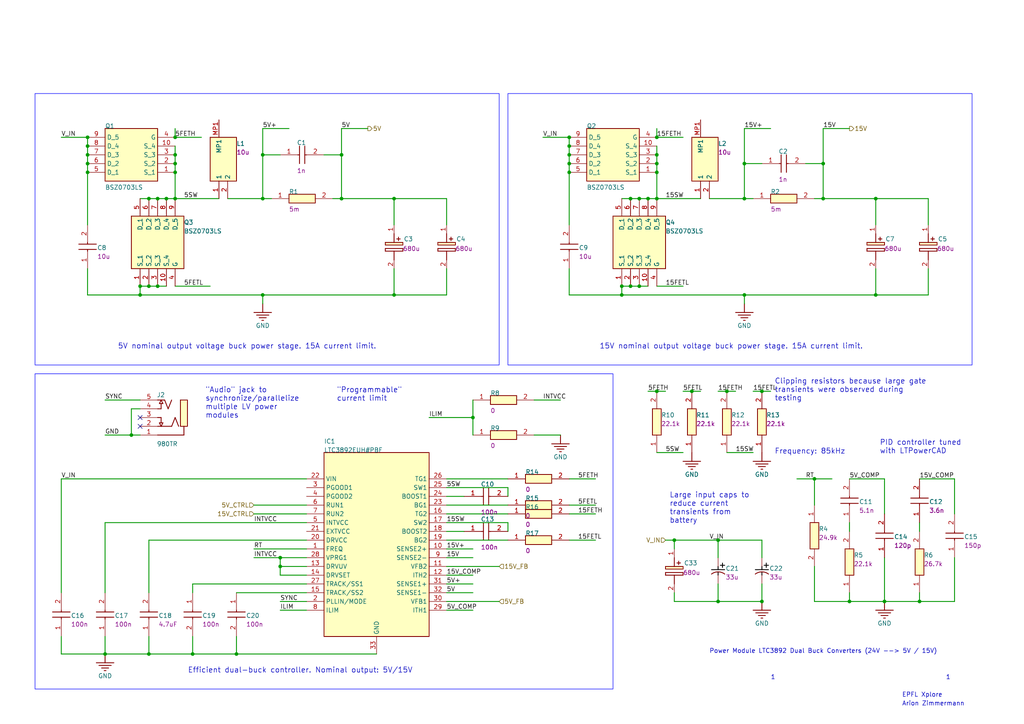
<source format=kicad_sch>
(kicad_sch (version 20230121) (generator eeschema)
  (paper "A4")
  (junction (at 38.1 126.1872))
  (junction (at 208.28 156.6672))
  (junction (at 180.34 85.5472))
  (junction (at 165.1 42.3672))
  (junction (at 200.66 113.4872))
  (junction (at 238.76 57.6072))
  (junction (at 25.4 39.8272))
  (junction (at 25.4 49.9872))
  (junction (at 25.4 42.3672))
  (junction (at 50.8 57.6072))
  (junction (at 43.18 57.6072))
  (junction (at 190.5 44.9072))
  (junction (at 68.58 189.6872))
  (junction (at 266.7 174.4472))
  (junction (at 182.88 57.6072))
  (junction (at 187.96 57.6072))
  (junction (at 45.72 83.0072))
  (junction (at 114.3 57.6072))
  (junction (at 256.54 174.4472))
  (junction (at 81.28 164.2872))
  (junction (at 76.2 85.5472))
  (junction (at 50.8 39.8272))
  (junction (at 25.4 44.9072))
  (junction (at 40.64 85.5472))
  (junction (at 190.5 47.4472))
  (junction (at 43.18 189.6872))
  (junction (at 165.1 39.8272))
  (junction (at 246.38 174.4472))
  (junction (at 55.88 189.6872))
  (junction (at 182.88 83.0072))
  (junction (at 50.8 49.9872))
  (junction (at 208.28 174.4472))
  (junction (at 220.98 174.4472))
  (junction (at 195.58 156.6672))
  (junction (at 50.8 47.4472))
  (junction (at 220.98 113.4872))
  (junction (at 76.2 57.6072))
  (junction (at 210.82 113.4872))
  (junction (at 99.06 57.6072))
  (junction (at 190.5 113.4872))
  (junction (at 165.1 47.4472))
  (junction (at 137.16 121.1072))
  (junction (at 190.5 57.6072))
  (junction (at 45.72 57.6072))
  (junction (at 30.48 189.6872))
  (junction (at 50.8 44.9072))
  (junction (at 190.5 49.9872))
  (junction (at 114.3 85.5472))
  (junction (at 81.28 161.7472))
  (junction (at 238.76 47.4472))
  (junction (at 254 57.6072))
  (junction (at 165.1 49.9872))
  (junction (at 165.1 44.9072))
  (junction (at 43.18 83.0072))
  (junction (at 76.2 44.9072))
  (junction (at 215.9 57.6072))
  (junction (at 236.22 138.8872))
  (junction (at 99.06 44.9072))
  (junction (at 185.42 83.0072))
  (junction (at 254 85.5472))
  (junction (at 48.26 57.6072))
  (junction (at 180.34 83.0072))
  (junction (at 40.64 83.0072))
  (junction (at 190.5 39.8272))
  (junction (at 25.4 47.4472))
  (junction (at 185.42 57.6072))
  (junction (at 215.9 85.5472))
  (junction (at 215.9 47.4472))
  (no_connect (at 40.64 123.6472))
  (no_connect (at 40.64 121.1072))
  (wire (pts (xy 25.4 65.2272) (xy 25.4 49.9872)) (stroke (width 0.254)))
  (wire (pts (xy 50.8 57.6072) (xy 63.5 57.6072)) (stroke (width 0.254)))
  (wire (pts (xy 137.16 121.1072) (xy 137.16 116.0272)) (stroke (width 0.254)))
  (wire (pts (xy 129.54 161.7472) (xy 137.16 161.7472)) (stroke (width 0.254)))
  (wire (pts (xy 43.18 57.6072) (xy 45.72 57.6072)) (stroke (width 0.254)))
  (wire (pts (xy 55.88 184.6072) (xy 55.88 189.6872)) (stroke (width 0.254)))
  (wire (pts (xy 50.8 44.9072) (xy 50.8 42.3672)) (stroke (width 0.254)))
  (wire (pts (xy 208.28 174.4472) (xy 208.28 169.3672)) (stroke (width 0.254)))
  (wire (pts (xy 182.88 83.0072) (xy 180.34 83.0072)) (stroke (width 0.254)))
  (wire (pts (xy 195.58 171.9072) (xy 195.58 174.4472)) (stroke (width 0.254)))
  (wire (pts (xy 76.2 57.6072) (xy 76.2 44.9072)) (stroke (width 0.254)))
  (wire (pts (xy 58.42 39.8272) (xy 50.8 39.8272)) (stroke (width 0.254)))
  (wire (pts (xy 215.9 85.5472) (xy 254 85.5472)) (stroke (width 0.254)))
  (wire (pts (xy 256.54 174.4472) (xy 256.54 161.7472)) (stroke (width 0.254)))
  (wire (pts (xy 137.16 126.1872) (xy 137.16 121.1072)) (stroke (width 0.254)))
  (wire (pts (xy 276.86 149.0472) (xy 276.86 138.8872)) (stroke (width 0.254)))
  (wire (pts (xy 114.3 57.6072) (xy 114.3 65.2272)) (stroke (width 0.254)))
  (wire (pts (xy 215.9 37.2872) (xy 215.9 47.4472)) (stroke (width 0.254)))
  (wire (pts (xy 220.98 113.4872) (xy 223.52 113.4872)) (stroke (width 0.254)))
  (wire (pts (xy 256.54 138.8872) (xy 256.54 149.0472)) (stroke (width 0.254)))
  (wire (pts (xy 246.38 174.4472) (xy 256.54 174.4472)) (stroke (width 0.254)))
  (wire (pts (xy 269.24 77.9272) (xy 269.24 85.5472)) (stroke (width 0.254)))
  (wire (pts (xy 195.58 174.4472) (xy 208.28 174.4472)) (stroke (width 0.254)))
  (wire (pts (xy 114.3 57.6072) (xy 129.54 57.6072)) (stroke (width 0.254)))
  (wire (pts (xy 246.38 138.8872) (xy 256.54 138.8872)) (stroke (width 0.254)))
  (wire (pts (xy 218.44 113.4872) (xy 220.98 113.4872)) (stroke (width 0.254)))
  (wire (pts (xy 43.18 189.6872) (xy 55.88 189.6872)) (stroke (width 0.254)))
  (wire (pts (xy 198.12 113.4872) (xy 200.66 113.4872)) (stroke (width 0.254)))
  (wire (pts (xy 81.28 166.8272) (xy 88.9 166.8272)) (stroke (width 0.254)))
  (wire (pts (xy 30.48 171.9072) (xy 30.48 151.5872)) (stroke (width 0.254)))
  (wire (pts (xy 76.2 57.6072) (xy 78.74 57.6072)) (stroke (width 0.254)))
  (wire (pts (xy 215.9 47.4472) (xy 215.9 57.6072)) (stroke (width 0.254)))
  (wire (pts (xy 238.76 47.4472) (xy 238.76 37.2872)) (stroke (width 0.254)))
  (wire (pts (xy 55.88 169.3672) (xy 88.9 169.3672)) (stroke (width 0.254)))
  (wire (pts (xy 30.48 189.6872) (xy 43.18 189.6872)) (stroke (width 0.254)))
  (wire (pts (xy 129.54 174.4472) (xy 144.78 174.4472)) (stroke (width 0.254)))
  (wire (pts (xy 129.54 159.2072) (xy 137.16 159.2072)) (stroke (width 0.254)))
  (wire (pts (xy 182.88 57.6072) (xy 180.34 57.6072)) (stroke (width 0.254)))
  (wire (pts (xy 99.06 37.2872) (xy 99.06 44.9072)) (stroke (width 0.254)))
  (wire (pts (xy 81.28 161.7472) (xy 81.28 164.2872)) (stroke (width 0.254)))
  (wire (pts (xy 40.64 57.6072) (xy 43.18 57.6072)) (stroke (width 0.254)))
  (wire (pts (xy 38.1 118.5672) (xy 38.1 126.1872)) (stroke (width 0.254)))
  (wire (pts (xy 266.7 174.4472) (xy 276.86 174.4472)) (stroke (width 0.254)))
  (wire (pts (xy 165.1 47.4472) (xy 165.1 44.9072)) (stroke (width 0.254)))
  (wire (pts (xy 17.78 189.6872) (xy 30.48 189.6872)) (stroke (width 0.254)))
  (wire (pts (xy 129.54 156.6672) (xy 147.32 156.6672)) (stroke (width 0.254)))
  (wire (pts (xy 76.2 85.5472) (xy 114.3 85.5472)) (stroke (width 0.254)))
  (wire (pts (xy 99.06 44.9072) (xy 99.06 57.6072)) (stroke (width 0.254)))
  (wire (pts (xy 43.18 156.6672) (xy 88.9 156.6672)) (stroke (width 0.254)))
  (wire (pts (xy 147.32 143.9672) (xy 147.32 141.4272)) (stroke (width 0.254)))
  (wire (pts (xy 73.66 161.7472) (xy 81.28 161.7472)) (stroke (width 0.254)))
  (wire (pts (xy 43.18 171.9072) (xy 43.18 156.6672)) (stroke (width 0.254)))
  (wire (pts (xy 25.4 85.5472) (xy 40.64 85.5472)) (stroke (width 0.254)))
  (wire (pts (xy 76.2 44.9072) (xy 76.2 37.2872)) (stroke (width 0.254)))
  (wire (pts (xy 198.12 39.8272) (xy 190.5 39.8272)) (stroke (width 0.254)))
  (wire (pts (xy 187.96 83.0072) (xy 185.42 83.0072)) (stroke (width 0.254)))
  (wire (pts (xy 220.98 161.7472) (xy 220.98 156.6672)) (stroke (width 0.254)))
  (wire (pts (xy 208.28 113.4872) (xy 210.82 113.4872)) (stroke (width 0.254)))
  (wire (pts (xy 50.8 47.4472) (xy 50.8 44.9072)) (stroke (width 0.254)))
  (wire (pts (xy 129.54 77.9272) (xy 129.54 85.5472)) (stroke (width 0.254)))
  (wire (pts (xy 129.54 164.2872) (xy 144.78 164.2872)) (stroke (width 0.254)))
  (wire (pts (xy 185.42 83.0072) (xy 182.88 83.0072)) (stroke (width 0.254)))
  (wire (pts (xy 266.7 171.9072) (xy 266.7 174.4472)) (stroke (width 0.254)))
  (wire (pts (xy 233.68 47.4472) (xy 238.76 47.4472)) (stroke (width 0.254)))
  (wire (pts (xy 276.86 174.4472) (xy 276.86 161.7472)) (stroke (width 0.254)))
  (wire (pts (xy 165.1 44.9072) (xy 165.1 42.3672)) (stroke (width 0.254)))
  (wire (pts (xy 203.2 57.6072) (xy 190.5 57.6072)) (stroke (width 0.254)))
  (wire (pts (xy 190.5 113.4872) (xy 193.04 113.4872)) (stroke (width 0.254)))
  (wire (pts (xy 180.34 85.5472) (xy 215.9 85.5472)) (stroke (width 0.254)))
  (wire (pts (xy 266.7 151.5872) (xy 266.7 154.1272)) (stroke (width 0.254)))
  (wire (pts (xy 236.22 164.2872) (xy 236.22 174.4472)) (stroke (width 0.254)))
  (wire (pts (xy 147.32 154.1272) (xy 147.32 151.5872)) (stroke (width 0.254)))
  (wire (pts (xy 99.06 57.6072) (xy 114.3 57.6072)) (stroke (width 0.254)))
  (wire (pts (xy 45.72 83.0072) (xy 43.18 83.0072)) (stroke (width 0.254)))
  (wire (pts (xy 200.66 113.4872) (xy 203.2 113.4872)) (stroke (width 0.254)))
  (wire (pts (xy 129.54 169.3672) (xy 137.16 169.3672)) (stroke (width 0.254)))
  (wire (pts (xy 40.64 118.5672) (xy 38.1 118.5672)) (stroke (width 0.254)))
  (wire (pts (xy 30.48 151.5872) (xy 88.9 151.5872)) (stroke (width 0.254)))
  (wire (pts (xy 165.1 65.2272) (xy 165.1 49.9872)) (stroke (width 0.254)))
  (wire (pts (xy 190.5 44.9072) (xy 190.5 47.4472)) (stroke (width 0.254)))
  (wire (pts (xy 190.5 37.2872) (xy 190.5 39.8272)) (stroke (width 0.254)))
  (wire (pts (xy 147.32 151.5872) (xy 129.54 151.5872)) (stroke (width 0.254)))
  (wire (pts (xy 238.76 47.4472) (xy 238.76 57.6072)) (stroke (width 0.254)))
  (wire (pts (xy 276.86 138.8872) (xy 266.7 138.8872)) (stroke (width 0.254)))
  (wire (pts (xy 154.94 116.0272) (xy 162.56 116.0272)) (stroke (width 0.254)))
  (wire (pts (xy 25.4 42.3672) (xy 25.4 39.8272)) (stroke (width 0.254)))
  (wire (pts (xy 50.8 49.9872) (xy 50.8 47.4472)) (stroke (width 0.254)))
  (wire (pts (xy 236.22 57.6072) (xy 238.76 57.6072)) (stroke (width 0.254)))
  (wire (pts (xy 129.54 166.8272) (xy 137.16 166.8272)) (stroke (width 0.254)))
  (wire (pts (xy 210.82 113.4872) (xy 213.36 113.4872)) (stroke (width 0.254)))
  (wire (pts (xy 185.42 57.6072) (xy 182.88 57.6072)) (stroke (width 0.254)))
  (wire (pts (xy 81.28 161.7472) (xy 88.9 161.7472)) (stroke (width 0.254)))
  (wire (pts (xy 50.8 57.6072) (xy 50.8 49.9872)) (stroke (width 0.254)))
  (wire (pts (xy 55.88 189.6872) (xy 68.58 189.6872)) (stroke (width 0.254)))
  (wire (pts (xy 25.4 44.9072) (xy 25.4 42.3672)) (stroke (width 0.254)))
  (wire (pts (xy 236.22 174.4472) (xy 246.38 174.4472)) (stroke (width 0.254)))
  (wire (pts (xy 25.4 47.4472) (xy 25.4 44.9072)) (stroke (width 0.254)))
  (wire (pts (xy 25.4 77.9272) (xy 25.4 85.5472)) (stroke (width 0.254)))
  (wire (pts (xy 147.32 141.4272) (xy 129.54 141.4272)) (stroke (width 0.254)))
  (wire (pts (xy 129.54 57.6072) (xy 129.54 65.2272)) (stroke (width 0.254)))
  (wire (pts (xy 129.54 146.5072) (xy 147.32 146.5072)) (stroke (width 0.254)))
  (wire (pts (xy 165.1 146.5072) (xy 172.72 146.5072)) (stroke (width 0.254)))
  (wire (pts (xy 147.32 138.8872) (xy 129.54 138.8872)) (stroke (width 0.254)))
  (wire (pts (xy 165.1 149.0472) (xy 172.72 149.0472)) (stroke (width 0.254)))
  (wire (pts (xy 17.78 184.6072) (xy 17.78 189.6872)) (stroke (width 0.254)))
  (wire (pts (xy 129.54 176.9872) (xy 137.16 176.9872)) (stroke (width 0.254)))
  (wire (pts (xy 66.04 57.6072) (xy 76.2 57.6072)) (stroke (width 0.254)))
  (wire (pts (xy 220.98 156.6672) (xy 208.28 156.6672)) (stroke (width 0.254)))
  (wire (pts (xy 17.78 138.8872) (xy 88.9 138.8872)) (stroke (width 0.254)))
  (wire (pts (xy 40.64 83.0072) (xy 40.64 85.5472)) (stroke (width 0.254)))
  (wire (pts (xy 68.58 189.6872) (xy 109.22 189.6872)) (stroke (width 0.254)))
  (wire (pts (xy 165.1 39.8272) (xy 157.48 39.8272)) (stroke (width 0.254)))
  (wire (pts (xy 129.54 85.5472) (xy 114.3 85.5472)) (stroke (width 0.254)))
  (wire (pts (xy 93.98 44.9072) (xy 99.06 44.9072)) (stroke (width 0.254)))
  (wire (pts (xy 215.9 88.0872) (xy 215.9 85.5472)) (stroke (width 0.254)))
  (wire (pts (xy 81.28 44.9072) (xy 76.2 44.9072)) (stroke (width 0.254)))
  (wire (pts (xy 215.9 47.4472) (xy 220.98 47.4472)) (stroke (width 0.254)))
  (wire (pts (xy 269.24 57.6072) (xy 269.24 65.2272)) (stroke (width 0.254)))
  (wire (pts (xy 210.82 131.2672) (xy 218.44 131.2672)) (stroke (width 0.254)))
  (wire (pts (xy 154.94 126.1872) (xy 162.56 126.1872)) (stroke (width 0.254)))
  (wire (pts (xy 195.58 159.2072) (xy 195.58 156.6672)) (stroke (width 0.254)))
  (wire (pts (xy 25.4 49.9872) (xy 25.4 47.4472)) (stroke (width 0.254)))
  (wire (pts (xy 114.3 85.5472) (xy 114.3 77.9272)) (stroke (width 0.254)))
  (wire (pts (xy 190.5 42.3672) (xy 190.5 44.9072)) (stroke (width 0.254)))
  (wire (pts (xy 190.5 49.9872) (xy 190.5 57.6072)) (stroke (width 0.254)))
  (wire (pts (xy 208.28 161.7472) (xy 208.28 156.6672)) (stroke (width 0.254)))
  (wire (pts (xy 68.58 171.9072) (xy 88.9 171.9072)) (stroke (width 0.254)))
  (wire (pts (xy 269.24 85.5472) (xy 254 85.5472)) (stroke (width 0.254)))
  (wire (pts (xy 147.32 149.0472) (xy 129.54 149.0472)) (stroke (width 0.254)))
  (wire (pts (xy 76.2 88.0872) (xy 76.2 85.5472)) (stroke (width 0.254)))
  (wire (pts (xy 88.9 159.2072) (xy 73.66 159.2072)) (stroke (width 0.254)))
  (wire (pts (xy 38.1 126.1872) (xy 30.48 126.1872)) (stroke (width 0.254)))
  (wire (pts (xy 68.58 189.6872) (xy 68.58 184.6072)) (stroke (width 0.254)))
  (wire (pts (xy 88.9 146.5072) (xy 73.66 146.5072)) (stroke (width 0.254)))
  (wire (pts (xy 76.2 37.2872) (xy 83.82 37.2872)) (stroke (width 0.254)))
  (wire (pts (xy 220.98 174.4472) (xy 208.28 174.4472)) (stroke (width 0.254)))
  (wire (pts (xy 38.1 126.1872) (xy 40.64 126.1872)) (stroke (width 0.254)))
  (wire (pts (xy 180.34 83.0072) (xy 180.34 85.5472)) (stroke (width 0.254)))
  (wire (pts (xy 231.14 138.8872) (xy 236.22 138.8872)) (stroke (width 0.254)))
  (wire (pts (xy 88.9 149.0472) (xy 73.66 149.0472)) (stroke (width 0.254)))
  (wire (pts (xy 106.68 37.2872) (xy 99.06 37.2872)) (stroke (width 0.254)))
  (wire (pts (xy 165.1 156.6672) (xy 172.72 156.6672)) (stroke (width 0.254)))
  (wire (pts (xy 99.06 57.6072) (xy 96.52 57.6072)) (stroke (width 0.254)))
  (wire (pts (xy 50.8 37.2872) (xy 50.8 39.8272)) (stroke (width 0.254)))
  (wire (pts (xy 195.58 156.6672) (xy 193.04 156.6672)) (stroke (width 0.254)))
  (wire (pts (xy 254 65.2272) (xy 254 57.6072)) (stroke (width 0.254)))
  (wire (pts (xy 81.28 164.2872) (xy 81.28 166.8272)) (stroke (width 0.254)))
  (wire (pts (xy 165.1 49.9872) (xy 165.1 47.4472)) (stroke (width 0.254)))
  (wire (pts (xy 236.22 146.5072) (xy 236.22 138.8872)) (stroke (width 0.254)))
  (wire (pts (xy 165.1 77.9272) (xy 165.1 85.5472)) (stroke (width 0.254)))
  (wire (pts (xy 187.96 113.4872) (xy 190.5 113.4872)) (stroke (width 0.254)))
  (wire (pts (xy 43.18 184.6072) (xy 43.18 189.6872)) (stroke (width 0.254)))
  (wire (pts (xy 88.9 176.9872) (xy 81.28 176.9872)) (stroke (width 0.254)))
  (wire (pts (xy 238.76 57.6072) (xy 254 57.6072)) (stroke (width 0.254)))
  (wire (pts (xy 238.76 37.2872) (xy 246.38 37.2872)) (stroke (width 0.254)))
  (wire (pts (xy 43.18 83.0072) (xy 40.64 83.0072)) (stroke (width 0.254)))
  (wire (pts (xy 236.22 138.8872) (xy 241.3 138.8872)) (stroke (width 0.254)))
  (wire (pts (xy 81.28 164.2872) (xy 88.9 164.2872)) (stroke (width 0.254)))
  (wire (pts (xy 198.12 83.0072) (xy 190.5 83.0072)) (stroke (width 0.254)))
  (wire (pts (xy 40.64 116.0272) (xy 30.48 116.0272)) (stroke (width 0.254)))
  (wire (pts (xy 187.96 57.6072) (xy 185.42 57.6072)) (stroke (width 0.254)))
  (wire (pts (xy 129.54 171.9072) (xy 137.16 171.9072)) (stroke (width 0.254)))
  (wire (pts (xy 124.46 121.1072) (xy 137.16 121.1072)) (stroke (width 0.254)))
  (wire (pts (xy 48.26 57.6072) (xy 50.8 57.6072)) (stroke (width 0.254)))
  (wire (pts (xy 60.96 83.0072) (xy 50.8 83.0072)) (stroke (width 0.254)))
  (wire (pts (xy 223.52 37.2872) (xy 215.9 37.2872)) (stroke (width 0.254)))
  (wire (pts (xy 190.5 47.4472) (xy 190.5 49.9872)) (stroke (width 0.254)))
  (wire (pts (xy 205.74 57.6072) (xy 215.9 57.6072)) (stroke (width 0.254)))
  (wire (pts (xy 134.62 143.9672) (xy 129.54 143.9672)) (stroke (width 0.254)))
  (wire (pts (xy 17.78 171.9072) (xy 17.78 138.8872)) (stroke (width 0.254)))
  (wire (pts (xy 190.5 57.6072) (xy 187.96 57.6072)) (stroke (width 0.254)))
  (wire (pts (xy 190.5 131.2672) (xy 198.12 131.2672)) (stroke (width 0.254)))
  (wire (pts (xy 254 57.6072) (xy 269.24 57.6072)) (stroke (width 0.254)))
  (wire (pts (xy 129.54 154.1272) (xy 134.62 154.1272)) (stroke (width 0.254)))
  (wire (pts (xy 40.64 85.5472) (xy 76.2 85.5472)) (stroke (width 0.254)))
  (wire (pts (xy 246.38 154.1272) (xy 246.38 151.5872)) (stroke (width 0.254)))
  (wire (pts (xy 254 85.5472) (xy 254 77.9272)) (stroke (width 0.254)))
  (wire (pts (xy 165.1 42.3672) (xy 165.1 39.8272)) (stroke (width 0.254)))
  (wire (pts (xy 30.48 184.6072) (xy 30.48 189.6872)) (stroke (width 0.254)))
  (wire (pts (xy 215.9 57.6072) (xy 218.44 57.6072)) (stroke (width 0.254)))
  (wire (pts (xy 48.26 83.0072) (xy 45.72 83.0072)) (stroke (width 0.254)))
  (wire (pts (xy 55.88 171.9072) (xy 55.88 169.3672)) (stroke (width 0.254)))
  (wire (pts (xy 246.38 171.9072) (xy 246.38 174.4472)) (stroke (width 0.254)))
  (wire (pts (xy 165.1 138.8872) (xy 172.72 138.8872)) (stroke (width 0.254)))
  (wire (pts (xy 25.4 39.8272) (xy 17.78 39.8272)) (stroke (width 0.254)))
  (wire (pts (xy 88.9 174.4472) (xy 81.28 174.4472)) (stroke (width 0.254)))
  (wire (pts (xy 208.28 156.6672) (xy 195.58 156.6672)) (stroke (width 0.254)))
  (wire (pts (xy 165.1 85.5472) (xy 180.34 85.5472)) (stroke (width 0.254)))
  (wire (pts (xy 220.98 169.3672) (xy 220.98 174.4472)) (stroke (width 0.254)))
  (wire (pts (xy 45.72 57.6072) (xy 48.26 57.6072)) (stroke (width 0.254)))
  (wire (pts (xy 256.54 174.4472) (xy 266.7 174.4472)) (stroke (width 0.254)))
  (rectangle (start 281.94 27.1272) (end 147.32 105.8672) (stroke (width 0) (color 0 0 255 1)))
  (rectangle (start 177.8 108.4072) (end 10.16 199.8472) (stroke (width 0) (color 0 0 255 1)))
  (rectangle (start 144.78 27.1272) (end 10.16 105.8672) (stroke (width 0) (color 0 0 255 1)))
  (text_box "Efficient dual-buck controller. Nominal output: 5V/15V" (at 139.7 192.2272 0) (size -86.36 7.62) (stroke (width -0.0001) (color 0 0 0 1)) (effects (font (size 1.524 1.524)) (justify left top)))
  (text_box "15V nominal output voltage buck power stage. 15A current limit." (at 259.08 98.2472 0) (size -86.36 7.62) (stroke (width -0.0001) (color 0 0 0 1)) (effects (font (size 1.524 1.524)) (justify left top)))
  (text_box "Clipping resistors because large gate transients were observed during testing" (at 271.78 108.4072 0) (size -48.26 12.7) (stroke (width -0.0001) (color 0 0 0 1)) (effects (font (size 1.524 1.524)) (justify left top)))
  (text_box "Large input caps to reduce current transients from battery" (at 220.98 141.4272 0) (size -27.94 12.7) (stroke (width -0.0001) (color 0 0 0 1)) (effects (font (size 1.524 1.524)) (justify left top)))
  (text_box "\"Programmable\" current limit" (at 124.46 110.9472 0) (size -27.94 20.32) (stroke (width -0.0001) (color 0 0 0 1)) (effects (font (size 1.524 1.524)) (justify left top)))
  (text_box "5V nominal output voltage buck power stage. 15A current limit." (at 119.38 98.2472 0) (size -86.36 7.62) (stroke (width -0.0001) (color 0 0 0 1)) (effects (font (size 1.524 1.524)) (justify left top)))
  (text_box "PID controller tuned with LTPowerCAD" (at 281.94 126.1872 0) (size -27.94 10.16) (stroke (width -0.0001) (color 0 0 0 1)) (effects (font (size 1.524 1.524)) (justify left top)))
  (text_box "\"Audio\" jack to synchronize/parallelize multiple LV power modules" (at 86.36 110.9472 0) (size -27.94 20.32) (stroke (width -0.0001) (color 0 0 0 1)) (effects (font (size 1.524 1.524)) (justify left top)))
  (text_box "Frequency: 85kHz" (at 251.46 128.7272 0) (size -27.94 7.62) (stroke (width -0.0001) (color 0 0 0 1)) (effects (font (size 1.524 1.524)) (justify left top)))
  (text "1" (at 223.52 197.3072 0) (effects (font (size 1.27 1.27)) (justify left bottom)))
  (text "1" (at 274.32 197.3072 0) (effects (font (size 1.27 1.27)) (justify left bottom)))
  (text "Arion Zimmermann" (at 261.62 204.9272 0) (effects (font (size 1.27 1.27)) (justify left bottom)))
  (text "EPFL Xplore" (at 261.62 202.3872 0) (effects (font (size 1.27 1.27)) (justify left bottom)))
  (text "Power Module LTC3892 Dual Buck Converters (24V --> 5V / 15V)" (at 205.74 189.6872 0) (effects (font (size 1.27 1.27)) (justify left bottom)))
  (label "5V" (at 99.06 37.2872 180))
  (label "15FETL" (at 193.04 83.0072 180))
  (label "5FETH" (at 167.64 138.8872 180))
  (label "V_IN" (at 205.74 156.6672 180))
  (label "15V" (at 238.76 37.2872 180))
  (label "5V+" (at 129.54 169.3672 180))
  (label "5V" (at 129.54 171.9072 180))
  (label "15FETH" (at 208.28 113.4872 180))
  (label "5FETL" (at 198.12 113.4872 180))
  (label "15FETL" (at 218.44 113.4872 180))
  (label "5FETH" (at 187.96 113.4872 180))
  (label "15SW" (at 193.04 57.6072 180))
  (label "5SW" (at 193.04 131.2672 180))
  (label "5FETL" (at 53.34 83.0072 180))
  (label "15FETL" (at 167.64 156.6672 180))
  (label "5SW" (at 129.54 141.4272 180))
  (label "15SW" (at 213.36 131.2672 180))
  (label "15SW" (at 129.54 151.5872 180))
  (label "INTVCC" (at 73.66 151.5872 180))
  (label "5V_COMP" (at 129.54 176.9872 180))
  (label "15V+" (at 215.9 37.2872 180))
  (label "INTVCC" (at 73.66 161.7472 180))
  (label "INTVCC" (at 157.48 116.0272 180))
  (label "5FETH" (at 50.8 39.8272 180))
  (label "5FETL" (at 167.64 146.5072 180))
  (label "V_IN" (at 157.48 39.8272 180))
  (label "15V_COMP" (at 266.7 138.8872 180))
  (label "V_IN" (at 17.78 39.8272 180))
  (label "SYNC" (at 30.48 116.0272 180))
  (label "ILIM" (at 124.46 121.1072 180))
  (label "5V_COMP" (at 246.38 138.8872 180))
  (label "ILIM" (at 81.28 176.9872 180))
  (label "15V" (at 129.54 161.7472 180))
  (label "15V_COMP" (at 129.54 166.8272 180))
  (label "GND" (at 30.48 126.1872 180))
  (label "15FETH" (at 190.5 39.8272 180))
  (label "RT" (at 233.68 138.8872 180))
  (label "5V+" (at 76.2 37.2872 180))
  (label "RT" (at 73.66 159.2072 180))
  (label "SYNC" (at 81.28 174.4472 180))
  (label "15V+" (at 129.54 159.2072 180))
  (label "15FETH" (at 167.64 149.0472 180))
  (label "5SW" (at 53.34 57.6072 180))
  (label "V_IN" (at 17.78 138.8872 180))
  (hierarchical_label "V_IN" (shape input) (at 193.04 156.6672 180))
  (hierarchical_label "15V_CTRL" (shape input) (at 73.66 149.0472 180))
  (hierarchical_label "15V" (shape output) (at 246.38 37.2872 0))
  (hierarchical_label "15V_FB" (shape input) (at 144.78 164.2872 0))
  (hierarchical_label "5V" (shape output) (at 106.68 37.2872 0))
  (hierarchical_label "5V_FB" (shape input) (at 144.78 174.4472 0))
  (hierarchical_label "5V_CTRL" (shape input) (at 73.66 146.5072 180))
  (symbol (lib_id "Module-altium-import:Converter_1_C0603C102J5RACTU") (at 266.7 151.5872 0) (unit 1)
    (property "Reference" "C12" (at 269.494 146.2532 0) (effects (justify left bottom)))
    (property "Value" "C0603C362J5GACTU" (effects hide))
    (property "Footprint" "C__Users_Arion_Documents_AltiumLL_SamacSys.PcbLib:CAPC1608X87N" (effects hide))
    (property "DATASHEET LINK" "https://api.kemet.com/component-edge/download/datasheet/C0603C102J5RACTU.pdf" (effects hide))
    (property "HEIGHT" "0.87mm" (effects hide))
    (property "MANUFACTURER_NAME" "Kemet" (effects hide))
    (property "MANUFACTURER_PART_NUMBER" "C0603C102J5RACTU" (effects hide))
    (property "MOUSER PART NUMBER" "80-C0603C102J5R" (effects hide))
    (property "MOUSER PRICE/STOCK" "https://www.mouser.co.uk/ProductDetail/KEMET/C0603C102J5RACTU?qs=qG1y%252BaZBm0ORyW8zMfKotw%3D%3D" (effects hide))
    (property "ARROW PART NUMBER" "C0603C102J5RACTU" (effects hide))
    (property "ARROW PRICE/STOCK" "https://www.arrow.com/en/products/c0603c102j5ractu/kemet-corporation" (effects hide))
    (property "ALTIUM_VALUE" "3.6n" (at 269.494 148.7932 0) (effects (justify left bottom)))
    (property "SUPPLIER 1" "Mouser" (effects hide))
    (property "SUPPLIER PART NUMBER 1" "80-C0603C362J5G" (effects hide))
  )
  (symbol (lib_id "Module-altium-import:Converter_0_C0603C104K5RACTU") (at 134.62 143.9672 0) (unit 1)
    (property "Reference" "C10" (at 139.446 141.1732 0) (effects (justify left bottom)))
    (property "Value" "C0603C104K5RACTU" (effects hide))
    (property "Footprint" "C__Users_Arion_Documents_AltiumLL_SamacSys.PcbLib:CAPC1608X95N" (effects hide))
    (property "DATASHEET LINK" "http://www.farnell.com/datasheets/2205446.pdf" (effects hide))
    (property "HEIGHT" "0.95mm" (effects hide))
    (property "MANUFACTURER_NAME" "Kemet" (effects hide))
    (property "MANUFACTURER_PART_NUMBER" "C0603C104K5RACTU" (effects hide))
    (property "MOUSER PART NUMBER" "80-C0603C104K5R" (effects hide))
    (property "MOUSER PRICE/STOCK" "https://www.mouser.co.uk/ProductDetail/KEMET/C0603C104K5RACTU?qs=l5k%252BbMnNDkkVcnZPSAaaiQ%3D%3D" (effects hide))
    (property "ARROW PART NUMBER" "C0603C104K5RACTU" (effects hide))
    (property "ARROW PRICE/STOCK" "https://www.arrow.com/en/products/c0603c104k5ractu/kemet-corporation" (effects hide))
    (property "ALTIUM_VALUE" "100n" (at 139.446 149.3012 0) (effects (justify left bottom)))
    (property "SUPPLIER 1" "Mouser" (effects hide))
    (property "SUPPLIER PART NUMBER 1" "80-C0603C104K5R" (effects hide))
  )
  (symbol (lib_id "Module-altium-import:GND_Style4") (at 30.48 189.6872 0) (unit 1)
    (property "Reference" "#PWR?" (effects hide))
    (property "Value" "GND" (at 30.48 196.0372 0))
  )
  (symbol (lib_id "Module-altium-import:Converter_0_CRCW06030000ZSTB") (at 147.32 156.6672 0) (unit 1)
    (property "Reference" "R17" (at 152.4 155.3972 0) (effects (justify left bottom)))
    (property "Value" "CRCW06030000ZSTB" (effects hide))
    (property "Footprint" "C__Users_Arion_Documents_AltiumLL_SamacSys.PcbLib:RESC1608X50N" (effects hide))
    (property "DATASHEET LINK" "http://www.vishay.com/docs/20035/dcrcwe3.pdf" (effects hide))
    (property "HEIGHT" "0.5mm" (effects hide))
    (property "MANUFACTURER_NAME" "Vishay" (effects hide))
    (property "MANUFACTURER_PART_NUMBER" "CRCW06030000ZSTB" (effects hide))
    (property "MOUSER PART NUMBER" "71-CRCW0603000ZT-RT5" (effects hide))
    (property "MOUSER PRICE/STOCK" "https://www.mouser.co.uk/ProductDetail/Vishay-Dale/CRCW06030000ZSTB?qs=2ymmDbJkxOjBfbAlbZJVUA%3D%3D" (effects hide))
    (property "ARROW PART NUMBER" "CRCW06030000ZSTB" (effects hide))
    (property "ARROW PRICE/STOCK" "https://www.arrow.com/en/products/crcw06030000zstb/vishay?region=nac" (effects hide))
    (property "PARAMETER 1" "0" (at 152.4 160.4772 0) (effects (justify left bottom)))
    (property "SUPPLIER 1" "Mouser" (effects hide))
    (property "SUPPLIER PART NUMBER 1" "71-CRCW0603000ZT-RT5" (effects hide))
  )
  (symbol (lib_id "Module-altium-import:Converter_1_CRCW06037K50FKEB") (at 220.98 131.2672 0) (unit 1)
    (property "Reference" "R13" (at 222.25 121.1072 0) (effects (justify left bottom)))
    (property "Value" "CRCW060322K1FKEB" (effects hide))
    (property "Footprint" "C__Users_Arion_Documents_AltiumLL_SamacSys.PcbLib:RESC1608X50N" (effects hide))
    (property "DATASHEET LINK" "http://www.vishay.com/docs/20035/dcrcwe3.pdf" (effects hide))
    (property "HEIGHT" "0.5mm" (effects hide))
    (property "MANUFACTURER_NAME" "Vishay" (effects hide))
    (property "MANUFACTURER_PART_NUMBER" "CRCW06037K50FKEB" (effects hide))
    (property "MOUSER PART NUMBER" "71-CRCW06037K50FKEB" (effects hide))
    (property "MOUSER PRICE/STOCK" "https://www.mouser.co.uk/ProductDetail/Vishay-Dale/CRCW06037K50FKEB?qs=2ihuRUavkaTvW2vO4EimMQ%3D%3D" (effects hide))
    (property "ALTIUM_VALUE" "22.1k" (at 222.25 123.6472 0) (effects (justify left bottom)))
    (property "SUPPLIER 1" "Mouser" (effects hide))
    (property "SUPPLIER PART NUMBER 1" "71-CRCW060322K1FKEB" (effects hide))
  )
  (symbol (lib_id "Module-altium-import:Converter_1_CRCW06037K50FKEB") (at 210.82 131.2672 0) (unit 1)
    (property "Reference" "R12" (at 212.09 121.1072 0) (effects (justify left bottom)))
    (property "Value" "CRCW060322K1FKEB" (effects hide))
    (property "Footprint" "C__Users_Arion_Documents_AltiumLL_SamacSys.PcbLib:RESC1608X50N" (effects hide))
    (property "DATASHEET LINK" "http://www.vishay.com/docs/20035/dcrcwe3.pdf" (effects hide))
    (property "HEIGHT" "0.5mm" (effects hide))
    (property "MANUFACTURER_NAME" "Vishay" (effects hide))
    (property "MANUFACTURER_PART_NUMBER" "CRCW06037K50FKEB" (effects hide))
    (property "MOUSER PART NUMBER" "71-CRCW06037K50FKEB" (effects hide))
    (property "MOUSER PRICE/STOCK" "https://www.mouser.co.uk/ProductDetail/Vishay-Dale/CRCW06037K50FKEB?qs=2ihuRUavkaTvW2vO4EimMQ%3D%3D" (effects hide))
    (property "ALTIUM_VALUE" "22.1k" (at 212.09 123.6472 0) (effects (justify left bottom)))
    (property "SUPPLIER 1" "Mouser" (effects hide))
    (property "SUPPLIER PART NUMBER 1" "71-CRCW060322K1FKEB" (effects hide))
  )
  (symbol (lib_id "Module-altium-import:Converter_3_C0603C104K5RACTU") (at 68.58 171.9072 0) (unit 1)
    (property "Reference" "C20" (at 71.374 179.2732 0) (effects (justify left bottom)))
    (property "Value" "C0603C104K5RACTU" (effects hide))
    (property "Footprint" "C__Users_Arion_Documents_AltiumLL_SamacSys.PcbLib:CAPC1608X95N" (effects hide))
    (property "DATASHEET LINK" "http://www.farnell.com/datasheets/2205446.pdf" (effects hide))
    (property "HEIGHT" "0.95mm" (effects hide))
    (property "MANUFACTURER_NAME" "Kemet" (effects hide))
    (property "MANUFACTURER_PART_NUMBER" "C0603C104K5RACTU" (effects hide))
    (property "MOUSER PART NUMBER" "80-C0603C104K5R" (effects hide))
    (property "MOUSER PRICE/STOCK" "https://www.mouser.co.uk/ProductDetail/KEMET/C0603C104K5RACTU?qs=l5k%252BbMnNDkkVcnZPSAaaiQ%3D%3D" (effects hide))
    (property "ARROW PART NUMBER" "C0603C104K5RACTU" (effects hide))
    (property "ARROW PRICE/STOCK" "https://www.arrow.com/en/products/c0603c104k5ractu/kemet-corporation" (effects hide))
    (property "ALTIUM_VALUE" "100n" (at 71.374 181.8132 0) (effects (justify left bottom)))
    (property "SUPPLIER 1" "Mouser" (effects hide))
    (property "SUPPLIER PART NUMBER 1" "80-C0603C104K5R" (effects hide))
  )
  (symbol (lib_id "Module-altium-import:Converter_1_CRCW060334K0FKEA") (at 266.7 171.9072 0) (unit 1)
    (property "Reference" "R6" (at 267.97 161.7472 0) (effects (justify left bottom)))
    (property "Value" "CRCW060326K7FKEB" (effects hide))
    (property "Footprint" "C__Users_Arion_Documents_AltiumLL_SamacSys.PcbLib:RESC1608X50N" (effects hide))
    (property "DATASHEET LINK" "http://www.vishay.com/docs/20035/dcrcwe3.pdf" (effects hide))
    (property "HEIGHT" "0.5mm" (effects hide))
    (property "MANUFACTURER_NAME" "Vishay" (effects hide))
    (property "MANUFACTURER_PART_NUMBER" "CRCW060334K0FKEA" (effects hide))
    (property "MOUSER PART NUMBER" "71-CRCW0603-34K-E3" (effects hide))
    (property "MOUSER PRICE/STOCK" "https://www.mouser.com/Search/Refine.aspx?Keyword=71-CRCW0603-34K-E3" (effects hide))
    (property "ARROW PART NUMBER" "CRCW060334K0FKEA" (effects hide))
    (property "ARROW PRICE/STOCK" "https://www.arrow.com/en/products/crcw060334k0fkea/vishay" (effects hide))
    (property "ALTIUM_VALUE" "26.7k" (at 267.97 164.2872 0) (effects (justify left bottom)))
    (property "SUPPLIER 1" "Mouser" (effects hide))
    (property "SUPPLIER PART NUMBER 1" "71-CRCW060326K7FKEB" (effects hide))
  )
  (symbol (lib_id "Module-altium-import:GND_Style4") (at 256.54 174.4472 0) (unit 1)
    (property "Reference" "#PWR?" (effects hide))
    (property "Value" "GND" (at 256.54 180.7972 0))
  )
  (symbol (lib_id "Module-altium-import:Converter_3_A750MW687M1VAAE018") (at 195.58 159.2072 0) (unit 1)
    (property "Reference" "C33" (at 198.374 164.0332 0) (effects (justify left bottom)))
    (property "Value" "A750MW687M1VAAE018" (effects hide))
    (property "Footprint" "C__Users_Arion_Documents_AltiumLL_SamacSys.PcbLib:CAPPRD500W65D1000H1800" (effects hide))
    (property "DATASHEET LINK" "https://www.kemet.com/specsheet/A750MW687M1VAAE018" (effects hide))
    (property "HEIGHT" "18mm" (effects hide))
    (property "MANUFACTURER_NAME" "Kemet" (effects hide))
    (property "MANUFACTURER_PART_NUMBER" "A750MW687M1VAAE018" (effects hide))
    (property "ALTIUM_VALUE" "680u" (at 198.12 166.8272 0) (effects (justify left bottom)))
  )
  (symbol (lib_id "Module-altium-import:GND_Style4") (at 215.9 88.0872 0) (unit 1)
    (property "Reference" "#PWR?" (effects hide))
    (property "Value" "GND" (at 215.9 94.4372 0))
  )
  (symbol (lib_id "Module-altium-import:Converter_0_CRF2512-FZ-R005ELF") (at 78.74 57.6072 0) (unit 1)
    (property "Reference" "R1" (at 83.82 56.3372 0) (effects (justify left bottom)))
    (property "Value" "CRF2512-FZ-R005ELF" (effects hide))
    (property "Footprint" "C__Users_Arion_Documents_AltiumLL_SamacSys.PcbLib:RESC6432X80N" (effects hide))
    (property "DATASHEET LINK" "https://www.arrow.com/en/products/crf2512-fz-r005elf/bourns" (effects hide))
    (property "HEIGHT" "0.8mm" (effects hide))
    (property "MANUFACTURER_NAME" "Bourns" (effects hide))
    (property "MANUFACTURER_PART_NUMBER" "CRF2512-FZ-R005ELF" (effects hide))
    (property "MOUSER PART NUMBER" "652-CRF2512FZR005ELF" (effects hide))
    (property "MOUSER PRICE/STOCK" "https://www.mouser.co.uk/ProductDetail/Bourns/CRF2512-FZ-R005ELF/?qs=iHX4uCgIbgMqZUuYK4Zqgg%3D%3D" (effects hide))
    (property "ARROW PART NUMBER" "CRF2512-FZ-R005ELF" (effects hide))
    (property "ARROW PRICE/STOCK" "https://www.arrow.com/en/products/crf2512-fz-r005elf/bourns" (effects hide))
    (property "SUPPLIER 1" "Mouser" (effects hide))
    (property "SUPPLIER PART NUMBER 1" "652-CRF2512FZR005ELF" (effects hide))
    (property "ALTIUM_VALUE" "5m" (at 83.82 61.4172 0) (effects (justify left bottom)))
  )
  (symbol (lib_id "Module-altium-import:Converter_0_CRF2512-FZ-R005ELF") (at 218.44 57.6072 0) (unit 1)
    (property "Reference" "R2" (at 223.52 56.3372 0) (effects (justify left bottom)))
    (property "Value" "CRF2512-FZ-R005ELF" (effects hide))
    (property "Footprint" "C__Users_Arion_Documents_AltiumLL_SamacSys.PcbLib:RESC6432X80N" (effects hide))
    (property "DATASHEET LINK" "https://www.arrow.com/en/products/crf2512-fz-r005elf/bourns" (effects hide))
    (property "HEIGHT" "0.8mm" (effects hide))
    (property "MANUFACTURER_NAME" "Bourns" (effects hide))
    (property "MANUFACTURER_PART_NUMBER" "CRF2512-FZ-R005ELF" (effects hide))
    (property "MOUSER PART NUMBER" "652-CRF2512FZR005ELF" (effects hide))
    (property "MOUSER PRICE/STOCK" "https://www.mouser.co.uk/ProductDetail/Bourns/CRF2512-FZ-R005ELF/?qs=iHX4uCgIbgMqZUuYK4Zqgg%3D%3D" (effects hide))
    (property "ARROW PART NUMBER" "CRF2512-FZ-R005ELF" (effects hide))
    (property "ARROW PRICE/STOCK" "https://www.arrow.com/en/products/crf2512-fz-r005elf/bourns" (effects hide))
    (property "SUPPLIER 1" "Mouser" (effects hide))
    (property "SUPPLIER PART NUMBER 1" "652-CRF2512FZR005ELF" (effects hide))
    (property "ALTIUM_VALUE" "5m" (at 223.52 61.4172 0) (effects (justify left bottom)))
  )
  (symbol (lib_id "Module-altium-import:Converter_1_C0603C101J5RACTU") (at 276.86 161.7472 0) (unit 1)
    (property "Reference" "C15" (at 279.654 156.4132 0) (effects (justify left bottom)))
    (property "Value" "C0603C151J5GAC" (effects hide))
    (property "Footprint" "C__Users_Arion_Documents_AltiumLL_SamacSys.PcbLib:CAPC1608X87N" (effects hide))
    (property "DATASHEET LINK" "https://componentsearchengine.com/Datasheets/1/C0603C101J5RACTU.pdf" (effects hide))
    (property "HEIGHT" "0.87mm" (effects hide))
    (property "MANUFACTURER_NAME" "Kemet" (effects hide))
    (property "MANUFACTURER_PART_NUMBER" "C0603C101J5RACTU" (effects hide))
    (property "MOUSER PART NUMBER" "80-C0603C101J5R" (effects hide))
    (property "MOUSER PRICE/STOCK" "https://www.mouser.com/Search/Refine.aspx?Keyword=80-C0603C101J5R" (effects hide))
    (property "ARROW PART NUMBER" "C0603C101J5RACTU" (effects hide))
    (property "ARROW PRICE/STOCK" "https://www.arrow.com/en/products/c0603c101j5ractu/kemet-corporation" (effects hide))
    (property "ALTIUM_VALUE" "150p" (at 279.654 158.9532 0) (effects (justify left bottom)))
    (property "SUPPLIER 1" "Mouser" (effects hide))
    (property "SUPPLIER PART NUMBER 1" "80-C0603C151J5G" (effects hide))
  )
  (symbol (lib_id "Module-altium-import:Converter_1_CRCW06037K50FKEB") (at 190.5 131.2672 0) (unit 1)
    (property "Reference" "R10" (at 191.77 121.1072 0) (effects (justify left bottom)))
    (property "Value" "CRCW060322K1FKEB" (effects hide))
    (property "Footprint" "C__Users_Arion_Documents_AltiumLL_SamacSys.PcbLib:RESC1608X50N" (effects hide))
    (property "DATASHEET LINK" "http://www.vishay.com/docs/20035/dcrcwe3.pdf" (effects hide))
    (property "HEIGHT" "0.5mm" (effects hide))
    (property "MANUFACTURER_NAME" "Vishay" (effects hide))
    (property "MANUFACTURER_PART_NUMBER" "CRCW06037K50FKEB" (effects hide))
    (property "MOUSER PART NUMBER" "71-CRCW06037K50FKEB" (effects hide))
    (property "MOUSER PRICE/STOCK" "https://www.mouser.co.uk/ProductDetail/Vishay-Dale/CRCW06037K50FKEB?qs=2ihuRUavkaTvW2vO4EimMQ%3D%3D" (effects hide))
    (property "ALTIUM_VALUE" "22.1k" (at 191.77 123.6472 0) (effects (justify left bottom)))
    (property "SUPPLIER 1" "Mouser" (effects hide))
    (property "SUPPLIER PART NUMBER 1" "71-CRCW060322K1FKEB" (effects hide))
  )
  (symbol (lib_id "Module-altium-import:Converter_2_BSZ011NE2LS5IATMA1") (at 50.8 49.9872 0) (unit 1)
    (property "Reference" "Q1" (at 30.48 37.2872 0) (effects (justify left bottom)))
    (property "Value" "BSZ0703LS" (at 30.48 55.0672 0) (effects (justify left bottom)))
    (property "Footprint" "C__Users_Arion_Documents_AltiumLL_SamacSys.PcbLib:BSZ011NE2LS5IATMA1" (effects hide))
    (property "DATASHEET LINK" "https://componentsearchengine.com/Datasheets/1/BSZ011NE2LS5IATMA1.pdf" (effects hide))
    (property "HEIGHT" "1.1mm" (effects hide))
    (property "MANUFACTURER_NAME" "Infineon" (effects hide))
    (property "MANUFACTURER_PART_NUMBER" "BSZ011NE2LS5IATMA1" (effects hide))
    (property "MOUSER PART NUMBER" "726-BSZ011NE2LS5IATM" (effects hide))
    (property "MOUSER PRICE/STOCK" "https://www.mouser.co.uk/ProductDetail/Infineon-Technologies/BSZ011NE2LS5IATMA1?qs=PzGy0jfpSMvXxmHh4MC9dw%3D%3D" (effects hide))
    (property "SUPPLIER 1" "Mouser" (effects hide))
    (property "SUPPLIER PART NUMBER 1" "726-BSZ0703LSATMA1" (effects hide))
  )
  (symbol (lib_id "Module-altium-import:Converter_0_CRCW06030000ZSTB") (at 147.32 138.8872 0) (unit 1)
    (property "Reference" "R14" (at 152.4 137.6172 0) (effects (justify left bottom)))
    (property "Value" "CRCW06030000ZSTB" (effects hide))
    (property "Footprint" "C__Users_Arion_Documents_AltiumLL_SamacSys.PcbLib:RESC1608X50N" (effects hide))
    (property "DATASHEET LINK" "http://www.vishay.com/docs/20035/dcrcwe3.pdf" (effects hide))
    (property "HEIGHT" "0.5mm" (effects hide))
    (property "MANUFACTURER_NAME" "Vishay" (effects hide))
    (property "MANUFACTURER_PART_NUMBER" "CRCW06030000ZSTB" (effects hide))
    (property "MOUSER PART NUMBER" "71-CRCW0603000ZT-RT5" (effects hide))
    (property "MOUSER PRICE/STOCK" "https://www.mouser.co.uk/ProductDetail/Vishay-Dale/CRCW06030000ZSTB?qs=2ymmDbJkxOjBfbAlbZJVUA%3D%3D" (effects hide))
    (property "ARROW PART NUMBER" "CRCW06030000ZSTB" (effects hide))
    (property "ARROW PRICE/STOCK" "https://www.arrow.com/en/products/crcw06030000zstb/vishay?region=nac" (effects hide))
    (property "PARAMETER 1" "0" (at 152.4 142.6972 0) (effects (justify left bottom)))
    (property "SUPPLIER 1" "Mouser" (effects hide))
    (property "SUPPLIER PART NUMBER 1" "71-CRCW0603000ZT-RT5" (effects hide))
  )
  (symbol (lib_id "Module-altium-import:Converter_1_C0603C222J5RACAUTO") (at 246.38 151.5872 0) (unit 1)
    (property "Reference" "C11" (at 249.174 146.2532 0) (effects (justify left bottom)))
    (property "Value" "C0603C512J5GACAUTO" (effects hide))
    (property "Footprint" "C__Users_Arion_Documents_AltiumLL_SamacSys.PcbLib:CAPC1608X87N" (effects hide))
    (property "DATASHEET LINK" "https://api.kemet.com/component-edge/download/datasheet/C0603C222J5RACAUTO.pdf" (effects hide))
    (property "HEIGHT" "0.87mm" (effects hide))
    (property "MANUFACTURER_NAME" "Kemet" (effects hide))
    (property "MANUFACTURER_PART_NUMBER" "C0603C222J5RACAUTO" (effects hide))
    (property "MOUSER PART NUMBER" "80-C0603C222J5RAUTO" (effects hide))
    (property "MOUSER PRICE/STOCK" "https://www.mouser.co.uk/ProductDetail/KEMET/C0603C222J5RACAUTO?qs=XYJIsZbdjSPu3wyG4zpZ%252Bg%3D%3D" (effects hide))
    (property "ARROW PART NUMBER" "C0603C222J5RACAUTO" (effects hide))
    (property "ARROW PRICE/STOCK" "https://www.arrow.com/en/products/c0603c222j5racauto/kemet-corporation" (effects hide))
    (property "ALTIUM_VALUE" "5.1n" (at 249.174 148.7932 0) (effects (justify left bottom)))
    (property "SUPPLIER 1" "Mouser" (effects hide))
    (property "SUPPLIER PART NUMBER 1" "80-C0603C512J5GAUTO" (effects hide))
  )
  (symbol (lib_id "Module-altium-import:Converter_1_PQ2614BHA-100K") (at 63.5 57.6072 0) (unit 1)
    (property "Reference" "L1" (at 68.58 42.3672 0) (effects (justify left bottom)))
    (property "Value" "PQ2614BHA-100K" (effects hide))
    (property "Footprint" "C__Users_Arion_Documents_AltiumLL_SamacSys.PcbLib:PQ2614BLA1R0K" (effects hide))
    (property "DATASHEET LINK" "https://www.bourns.com/docs/Product-Datasheets/PQ2614.pdf" (effects hide))
    (property "HEIGHT" "16mm" (effects hide))
    (property "MANUFACTURER_NAME" "Bourns" (effects hide))
    (property "MANUFACTURER_PART_NUMBER" "PQ2614BHA-100K" (effects hide))
    (property "MOUSER PART NUMBER" "652-PQ2614BHA-100K" (effects hide))
    (property "MOUSER PRICE/STOCK" "https://www.mouser.co.uk/ProductDetail/Bourns/PQ2614BHA-100K?qs=1mbolxNpo8cus7p6tzCJzA%3D%3D" (effects hide))
    (property "ARROW PART NUMBER" "PQ2614BHA-100K" (effects hide))
    (property "ARROW PRICE/STOCK" "https://www.arrow.com/en/products/pq2614bha-100k/bourns?region=nac" (effects hide))
    (property "SUPPLIER 1" "Mouser" (effects hide))
    (property "SUPPLIER PART NUMBER 1" "652-PQ2614BHA-100K" (effects hide))
    (property "ALTIUM_VALUE" "10u" (at 68.58 44.9072 0) (effects (justify left bottom)))
  )
  (symbol (lib_id "Module-altium-import:Converter_2_980TR") (at 40.64 126.1872 0) (unit 1)
    (property "Reference" "J2" (at 45.466 115.2652 0) (effects (justify left bottom)))
    (property "Value" "980TR" (at 45.466 129.4892 0) (effects (justify left bottom)))
    (property "Footprint" "C__Users_Arion_Documents_AltiumLL_SamacSys.PcbLib:980TR" (effects hide))
    (property "DATASHEET LINK" "https://www.keyelco.com/product.cfm/product_id/2402" (effects hide))
    (property "HEIGHT" "4.14mm" (effects hide))
    (property "MANUFACTURER_NAME" "Keystone Electronics" (effects hide))
    (property "MANUFACTURER_PART_NUMBER" "980TR" (effects hide))
    (property "MOUSER PART NUMBER" "534-980" (effects hide))
    (property "MOUSER PRICE/STOCK" "https://www.mouser.co.uk/ProductDetail/Keystone-Electronics/980TR?qs=sOYabIlKNmdpbsH5J2zkLQ%3D%3D" (effects hide))
  )
  (symbol (lib_id "Module-altium-import:GND_Style4") (at 220.98 174.4472 0) (unit 1)
    (property "Reference" "#PWR?" (effects hide))
    (property "Value" "GND" (at 220.98 180.7972 0))
  )
  (symbol (lib_id "Module-altium-import:Converter_0_C0603C104K5RACTU") (at 220.98 47.4472 0) (unit 1)
    (property "Reference" "C2" (at 225.806 44.6532 0) (effects (justify left bottom)))
    (property "Value" "C0603C102J5RACTU" (effects hide))
    (property "Footprint" "C__Users_Arion_Documents_AltiumLL_SamacSys.PcbLib:CAPC1608X95N" (effects hide))
    (property "DATASHEET LINK" "http://www.farnell.com/datasheets/2205446.pdf" (effects hide))
    (property "HEIGHT" "0.95mm" (effects hide))
    (property "MANUFACTURER_NAME" "Kemet" (effects hide))
    (property "MANUFACTURER_PART_NUMBER" "C0603C104K5RACTU" (effects hide))
    (property "MOUSER PART NUMBER" "80-C0603C104K5R" (effects hide))
    (property "MOUSER PRICE/STOCK" "https://www.mouser.co.uk/ProductDetail/KEMET/C0603C104K5RACTU?qs=l5k%252BbMnNDkkVcnZPSAaaiQ%3D%3D" (effects hide))
    (property "ARROW PART NUMBER" "C0603C104K5RACTU" (effects hide))
    (property "ARROW PRICE/STOCK" "https://www.arrow.com/en/products/c0603c104k5ractu/kemet-corporation" (effects hide))
    (property "ALTIUM_VALUE" "1n" (at 225.806 52.7812 0) (effects (justify left bottom)))
    (property "SUPPLIER 1" "Mouser" (effects hide))
    (property "SUPPLIER PART NUMBER 1" "80-C0603C102J5R" (effects hide))
  )
  (symbol (lib_id "Module-altium-import:Converter_0_CRCW06030000ZSTB") (at 137.16 126.1872 0) (unit 1)
    (property "Reference" "R9" (at 142.24 124.9172 0) (effects (justify left bottom)))
    (property "Value" "CRCW06030000ZSTB" (effects hide))
    (property "Footprint" "C__Users_Arion_Documents_AltiumLL_SamacSys.PcbLib:RESC1608X50N" (effects hide))
    (property "DATASHEET LINK" "http://www.vishay.com/docs/20035/dcrcwe3.pdf" (effects hide))
    (property "HEIGHT" "0.5mm" (effects hide))
    (property "MANUFACTURER_NAME" "Vishay" (effects hide))
    (property "MANUFACTURER_PART_NUMBER" "CRCW06030000ZSTB" (effects hide))
    (property "MOUSER PART NUMBER" "71-CRCW0603000ZT-RT5" (effects hide))
    (property "MOUSER PRICE/STOCK" "https://www.mouser.co.uk/ProductDetail/Vishay-Dale/CRCW06030000ZSTB?qs=2ymmDbJkxOjBfbAlbZJVUA%3D%3D" (effects hide))
    (property "ARROW PART NUMBER" "CRCW06030000ZSTB" (effects hide))
    (property "ARROW PRICE/STOCK" "https://www.arrow.com/en/products/crcw06030000zstb/vishay?region=nac" (effects hide))
    (property "PARAMETER 1" "0" (at 142.24 129.9972 0) (effects (justify left bottom)))
    (property "SUPPLIER 1" "Mouser" (effects hide))
    (property "SUPPLIER PART NUMBER 1" "71-CRCW0603000ZT-RT5" (effects hide))
  )
  (symbol (lib_id "Module-altium-import:Converter_3_C0603C104K5RACTU") (at 55.88 171.9072 0) (unit 1)
    (property "Reference" "C19" (at 58.674 179.2732 0) (effects (justify left bottom)))
    (property "Value" "C0603C104K5RACTU" (effects hide))
    (property "Footprint" "C__Users_Arion_Documents_AltiumLL_SamacSys.PcbLib:CAPC1608X95N" (effects hide))
    (property "DATASHEET LINK" "http://www.farnell.com/datasheets/2205446.pdf" (effects hide))
    (property "HEIGHT" "0.95mm" (effects hide))
    (property "MANUFACTURER_NAME" "Kemet" (effects hide))
    (property "MANUFACTURER_PART_NUMBER" "C0603C104K5RACTU" (effects hide))
    (property "MOUSER PART NUMBER" "80-C0603C104K5R" (effects hide))
    (property "MOUSER PRICE/STOCK" "https://www.mouser.co.uk/ProductDetail/KEMET/C0603C104K5RACTU?qs=l5k%252BbMnNDkkVcnZPSAaaiQ%3D%3D" (effects hide))
    (property "ARROW PART NUMBER" "C0603C104K5RACTU" (effects hide))
    (property "ARROW PRICE/STOCK" "https://www.arrow.com/en/products/c0603c104k5ractu/kemet-corporation" (effects hide))
    (property "ALTIUM_VALUE" "100n" (at 58.674 181.8132 0) (effects (justify left bottom)))
    (property "SUPPLIER 1" "Mouser" (effects hide))
    (property "SUPPLIER PART NUMBER 1" "80-C0603C104K5R" (effects hide))
  )
  (symbol (lib_id "Module-altium-import:Converter_1_BSZ011NE2LS5IATMA1") (at 180.34 83.0072 0) (unit 1)
    (property "Reference" "Q4" (at 193.04 65.2272 0) (effects (justify left bottom)))
    (property "Value" "BSZ0703LS" (at 193.04 67.7672 0) (effects (justify left bottom)))
    (property "Footprint" "C__Users_Arion_Documents_AltiumLL_SamacSys.PcbLib:BSZ011NE2LS5IATMA1" (effects hide))
    (property "DATASHEET LINK" "https://componentsearchengine.com/Datasheets/1/BSZ011NE2LS5IATMA1.pdf" (effects hide))
    (property "HEIGHT" "1.1mm" (effects hide))
    (property "MANUFACTURER_NAME" "Infineon" (effects hide))
    (property "MANUFACTURER_PART_NUMBER" "BSZ011NE2LS5IATMA1" (effects hide))
    (property "MOUSER PART NUMBER" "726-BSZ011NE2LS5IATM" (effects hide))
    (property "MOUSER PRICE/STOCK" "https://www.mouser.co.uk/ProductDetail/Infineon-Technologies/BSZ011NE2LS5IATMA1?qs=PzGy0jfpSMvXxmHh4MC9dw%3D%3D" (effects hide))
    (property "SUPPLIER 1" "Mouser" (effects hide))
    (property "SUPPLIER PART NUMBER 1" "726-BSZ0703LSATMA1" (effects hide))
  )
  (symbol (lib_id "Module-altium-import:Converter_1_C5750X7S2A106K230KB") (at 165.1 77.9272 0) (unit 1)
    (property "Reference" "C9" (at 167.894 72.5932 0) (effects (justify left bottom)))
    (property "Value" "C5750X7S2A106K230KB" (effects hide))
    (property "Footprint" "C__Users_Arion_Documents_AltiumLL_SamacSys.PcbLib:CAPC5750X310N" (effects hide))
    (property "DATASHEET LINK" "http://www.mouser.com/ds/2/400/lcc_commercial_general_en-837201.pdf" (effects hide))
    (property "HEIGHT" "3.1mm" (effects hide))
    (property "MANUFACTURER_NAME" "TDK" (effects hide))
    (property "MANUFACTURER_PART_NUMBER" "C5750X7S2A106K230KB" (effects hide))
    (property "ARROW PART NUMBER" "C5750X7S2A106K230KB" (effects hide))
    (property "ARROW PRICE/STOCK" "https://www.arrow.com/en/products/c5750x7s2a106k230kb/tdk" (effects hide))
    (property "MOUSER PART NUMBER" "810-C5750X7S2A106KKB" (effects hide))
    (property "MOUSER PRICE/STOCK" "https://www.mouser.co.uk/ProductDetail/TDK/C5750X7S2A106K230KB?qs=XHchNesRtUZKzUEzha8N7w%3D%3D" (effects hide))
    (property "SUPPLIER 1" "Mouser" (effects hide))
    (property "SUPPLIER PART NUMBER 1" "810-C5750X7S2A106KKB" (effects hide))
    (property "ALTIUM_VALUE" "10u" (at 167.894 75.1332 0) (effects (justify left bottom)))
  )
  (symbol (lib_id "Module-altium-import:GND_Style4") (at 76.2 88.0872 0) (unit 1)
    (property "Reference" "#PWR?" (effects hide))
    (property "Value" "GND" (at 76.2 94.4372 0))
  )
  (symbol (lib_id "Module-altium-import:Converter_1_C0603C104K5RACTU") (at 17.78 184.6072 0) (unit 1)
    (property "Reference" "C16" (at 20.574 179.2732 0) (effects (justify left bottom)))
    (property "Value" "C0603C104K5RACTU" (effects hide))
    (property "Footprint" "C__Users_Arion_Documents_AltiumLL_SamacSys.PcbLib:CAPC1608X95N" (effects hide))
    (property "DATASHEET LINK" "http://www.farnell.com/datasheets/2205446.pdf" (effects hide))
    (property "HEIGHT" "0.95mm" (effects hide))
    (property "MANUFACTURER_NAME" "Kemet" (effects hide))
    (property "MANUFACTURER_PART_NUMBER" "C0603C104K5RACTU" (effects hide))
    (property "MOUSER PART NUMBER" "80-C0603C104K5R" (effects hide))
    (property "MOUSER PRICE/STOCK" "https://www.mouser.co.uk/ProductDetail/KEMET/C0603C104K5RACTU?qs=l5k%252BbMnNDkkVcnZPSAaaiQ%3D%3D" (effects hide))
    (property "ARROW PART NUMBER" "C0603C104K5RACTU" (effects hide))
    (property "ARROW PRICE/STOCK" "https://www.arrow.com/en/products/c0603c104k5ractu/kemet-corporation" (effects hide))
    (property "ALTIUM_VALUE" "100n" (at 20.574 181.8132 0) (effects (justify left bottom)))
    (property "SUPPLIER 1" "Mouser" (effects hide))
    (property "SUPPLIER PART NUMBER 1" "80-C0603C104K5R" (effects hide))
  )
  (symbol (lib_id "Module-altium-import:Converter_0_CRCW06030000ZSTB") (at 137.16 116.0272 0) (unit 1)
    (property "Reference" "R8" (at 142.24 114.7572 0) (effects (justify left bottom)))
    (property "Value" "CRCW06030000ZSTB" (effects hide))
    (property "Footprint" "C__Users_Arion_Documents_AltiumLL_SamacSys.PcbLib:RESC1608X50N" (effects hide))
    (property "DATASHEET LINK" "http://www.vishay.com/docs/20035/dcrcwe3.pdf" (effects hide))
    (property "HEIGHT" "0.5mm" (effects hide))
    (property "MANUFACTURER_NAME" "Vishay" (effects hide))
    (property "MANUFACTURER_PART_NUMBER" "CRCW06030000ZSTB" (effects hide))
    (property "MOUSER PART NUMBER" "71-CRCW0603000ZT-RT5" (effects hide))
    (property "MOUSER PRICE/STOCK" "https://www.mouser.co.uk/ProductDetail/Vishay-Dale/CRCW06030000ZSTB?qs=2ymmDbJkxOjBfbAlbZJVUA%3D%3D" (effects hide))
    (property "ARROW PART NUMBER" "CRCW06030000ZSTB" (effects hide))
    (property "ARROW PRICE/STOCK" "https://www.arrow.com/en/products/crcw06030000zstb/vishay?region=nac" (effects hide))
    (property "PARAMETER 1" "0" (at 142.24 119.8372 0) (effects (justify left bottom)))
    (property "SUPPLIER 1" "Mouser" (effects hide))
    (property "SUPPLIER PART NUMBER 1" "71-CRCW0603000ZT-RT5" (effects hide))
  )
  (symbol (lib_id "Module-altium-import:Converter_1_BSZ011NE2LS5IATMA1") (at 40.64 83.0072 0) (unit 1)
    (property "Reference" "Q3" (at 53.34 65.2272 0) (effects (justify left bottom)))
    (property "Value" "BSZ0703LS" (at 53.34 67.7672 0) (effects (justify left bottom)))
    (property "Footprint" "C__Users_Arion_Documents_AltiumLL_SamacSys.PcbLib:BSZ011NE2LS5IATMA1" (effects hide))
    (property "DATASHEET LINK" "https://componentsearchengine.com/Datasheets/1/BSZ011NE2LS5IATMA1.pdf" (effects hide))
    (property "HEIGHT" "1.1mm" (effects hide))
    (property "MANUFACTURER_NAME" "Infineon" (effects hide))
    (property "MANUFACTURER_PART_NUMBER" "BSZ011NE2LS5IATMA1" (effects hide))
    (property "MOUSER PART NUMBER" "726-BSZ011NE2LS5IATM" (effects hide))
    (property "MOUSER PRICE/STOCK" "https://www.mouser.co.uk/ProductDetail/Infineon-Technologies/BSZ011NE2LS5IATMA1?qs=PzGy0jfpSMvXxmHh4MC9dw%3D%3D" (effects hide))
    (property "SUPPLIER 1" "Mouser" (effects hide))
    (property "SUPPLIER PART NUMBER 1" "726-BSZ0703LSATMA1" (effects hide))
  )
  (symbol (lib_id "Module-altium-import:Converter_2_BSZ011NE2LS5IATMA1") (at 190.5 49.9872 0) (unit 1)
    (property "Reference" "Q2" (at 170.18 37.2872 0) (effects (justify left bottom)))
    (property "Value" "BSZ0703LS" (at 170.18 55.0672 0) (effects (justify left bottom)))
    (property "Footprint" "C__Users_Arion_Documents_AltiumLL_SamacSys.PcbLib:BSZ011NE2LS5IATMA1" (effects hide))
    (property "DATASHEET LINK" "https://componentsearchengine.com/Datasheets/1/BSZ011NE2LS5IATMA1.pdf" (effects hide))
    (property "HEIGHT" "1.1mm" (effects hide))
    (property "MANUFACTURER_NAME" "Infineon" (effects hide))
    (property "MANUFACTURER_PART_NUMBER" "BSZ011NE2LS5IATMA1" (effects hide))
    (property "MOUSER PART NUMBER" "726-BSZ011NE2LS5IATM" (effects hide))
    (property "MOUSER PRICE/STOCK" "https://www.mouser.co.uk/ProductDetail/Infineon-Technologies/BSZ011NE2LS5IATMA1?qs=PzGy0jfpSMvXxmHh4MC9dw%3D%3D" (effects hide))
    (property "SUPPLIER 1" "Mouser" (effects hide))
    (property "SUPPLIER PART NUMBER 1" "726-BSZ0703LSATMA1" (effects hide))
  )
  (symbol (lib_id "Module-altium-import:Converter_1_CRCW06037K50FKEB") (at 246.38 171.9072 0) (unit 1)
    (property "Reference" "R5" (at 247.65 161.7472 0) (effects (justify left bottom)))
    (property "Value" "CRCW060322K1FKEB" (effects hide))
    (property "Footprint" "C__Users_Arion_Documents_AltiumLL_SamacSys.PcbLib:RESC1608X50N" (effects hide))
    (property "DATASHEET LINK" "http://www.vishay.com/docs/20035/dcrcwe3.pdf" (effects hide))
    (property "HEIGHT" "0.5mm" (effects hide))
    (property "MANUFACTURER_NAME" "Vishay" (effects hide))
    (property "MANUFACTURER_PART_NUMBER" "CRCW06037K50FKEB" (effects hide))
    (property "MOUSER PART NUMBER" "71-CRCW06037K50FKEB" (effects hide))
    (property "MOUSER PRICE/STOCK" "https://www.mouser.co.uk/ProductDetail/Vishay-Dale/CRCW06037K50FKEB?qs=2ihuRUavkaTvW2vO4EimMQ%3D%3D" (effects hide))
    (property "ALTIUM_VALUE" "22.1k" (at 247.65 164.2872 0) (effects (justify left bottom)))
    (property "SUPPLIER 1" "Mouser" (effects hide))
    (property "SUPPLIER PART NUMBER 1" "71-CRCW060322K1FKEB" (effects hide))
  )
  (symbol (lib_id "Module-altium-import:Converter_1_C0603C104K5RACTU") (at 30.48 184.6072 0) (unit 1)
    (property "Reference" "C17" (at 33.274 179.2732 0) (effects (justify left bottom)))
    (property "Value" "C0603C104K5RACTU" (effects hide))
    (property "Footprint" "C__Users_Arion_Documents_AltiumLL_SamacSys.PcbLib:CAPC1608X95N" (effects hide))
    (property "DATASHEET LINK" "http://www.farnell.com/datasheets/2205446.pdf" (effects hide))
    (property "HEIGHT" "0.95mm" (effects hide))
    (property "MANUFACTURER_NAME" "Kemet" (effects hide))
    (property "MANUFACTURER_PART_NUMBER" "C0603C104K5RACTU" (effects hide))
    (property "MOUSER PART NUMBER" "80-C0603C104K5R" (effects hide))
    (property "MOUSER PRICE/STOCK" "https://www.mouser.co.uk/ProductDetail/KEMET/C0603C104K5RACTU?qs=l5k%252BbMnNDkkVcnZPSAaaiQ%3D%3D" (effects hide))
    (property "ARROW PART NUMBER" "C0603C104K5RACTU" (effects hide))
    (property "ARROW PRICE/STOCK" "https://www.arrow.com/en/products/c0603c104k5ractu/kemet-corporation" (effects hide))
    (property "ALTIUM_VALUE" "100n" (at 33.274 181.8132 0) (effects (justify left bottom)))
    (property "SUPPLIER 1" "Mouser" (effects hide))
    (property "SUPPLIER PART NUMBER 1" "80-C0603C104K5R" (effects hide))
  )
  (symbol (lib_id "Module-altium-import:Converter_3_A750MW687M1VAAE018") (at 129.54 65.2272 0) (unit 1)
    (property "Reference" "C4" (at 132.334 70.0532 0) (effects (justify left bottom)))
    (property "Value" "A750MW687M1VAAE018" (effects hide))
    (property "Footprint" "C__Users_Arion_Documents_AltiumLL_SamacSys.PcbLib:CAPPRD500W65D1000H1800" (effects hide))
    (property "DATASHEET LINK" "https://www.kemet.com/specsheet/A750MW687M1VAAE018" (effects hide))
    (property "HEIGHT" "18mm" (effects hide))
    (property "MANUFACTURER_NAME" "Kemet" (effects hide))
    (property "MANUFACTURER_PART_NUMBER" "A750MW687M1VAAE018" (effects hide))
    (property "ALTIUM_VALUE" "680u" (at 132.08 72.8472 0) (effects (justify left bottom)))
  )
  (symbol (lib_id "Module-altium-import:GND_Style4") (at 200.66 131.2672 0) (unit 1)
    (property "Reference" "#PWR?" (effects hide))
    (property "Value" "GND" (at 200.66 137.6172 0))
  )
  (symbol (lib_id "Module-altium-import:Converter_3_A750MW687M1VAAE018") (at 254 65.2272 0) (unit 1)
    (property "Reference" "C7" (at 256.794 70.0532 0) (effects (justify left bottom)))
    (property "Value" "A750MW687M1VAAE018" (effects hide))
    (property "Footprint" "C__Users_Arion_Documents_AltiumLL_SamacSys.PcbLib:CAPPRD500W65D1000H1800" (effects hide))
    (property "DATASHEET LINK" "https://www.kemet.com/specsheet/A750MW687M1VAAE018" (effects hide))
    (property "HEIGHT" "18mm" (effects hide))
    (property "MANUFACTURER_NAME" "Kemet" (effects hide))
    (property "MANUFACTURER_PART_NUMBER" "A750MW687M1VAAE018" (effects hide))
    (property "ALTIUM_VALUE" "680u" (at 256.54 72.8472 0) (effects (justify left bottom)))
  )
  (symbol (lib_id "Module-altium-import:Converter_3_A750MW687M1VAAE018") (at 269.24 65.2272 0) (unit 1)
    (property "Reference" "C5" (at 272.034 70.0532 0) (effects (justify left bottom)))
    (property "Value" "A750MW687M1VAAE018" (effects hide))
    (property "Footprint" "C__Users_Arion_Documents_AltiumLL_SamacSys.PcbLib:CAPPRD500W65D1000H1800" (effects hide))
    (property "DATASHEET LINK" "https://www.kemet.com/specsheet/A750MW687M1VAAE018" (effects hide))
    (property "HEIGHT" "18mm" (effects hide))
    (property "MANUFACTURER_NAME" "Kemet" (effects hide))
    (property "MANUFACTURER_PART_NUMBER" "A750MW687M1VAAE018" (effects hide))
    (property "ALTIUM_VALUE" "680u" (at 271.78 72.8472 0) (effects (justify left bottom)))
  )
  (symbol (lib_id "Module-altium-import:Converter_3_A750MW687M1VAAE018") (at 114.3 65.2272 0) (unit 1)
    (property "Reference" "C3" (at 117.094 70.0532 0) (effects (justify left bottom)))
    (property "Value" "A750MW687M1VAAE018" (effects hide))
    (property "Footprint" "C__Users_Arion_Documents_AltiumLL_SamacSys.PcbLib:CAPPRD500W65D1000H1800" (effects hide))
    (property "DATASHEET LINK" "https://www.kemet.com/specsheet/A750MW687M1VAAE018" (effects hide))
    (property "HEIGHT" "18mm" (effects hide))
    (property "MANUFACTURER_NAME" "Kemet" (effects hide))
    (property "MANUFACTURER_PART_NUMBER" "A750MW687M1VAAE018" (effects hide))
    (property "ALTIUM_VALUE" "680u" (at 116.84 72.8472 0) (effects (justify left bottom)))
  )
  (symbol (lib_id "Module-altium-import:Converter_1_C5750X7S2A106K230KB") (at 25.4 77.9272 0) (unit 1)
    (property "Reference" "C8" (at 28.194 72.5932 0) (effects (justify left bottom)))
    (property "Value" "C5750X7S2A106K230KB" (effects hide))
    (property "Footprint" "C__Users_Arion_Documents_AltiumLL_SamacSys.PcbLib:CAPC5750X310N" (effects hide))
    (property "DATASHEET LINK" "http://www.mouser.com/ds/2/400/lcc_commercial_general_en-837201.pdf" (effects hide))
    (property "HEIGHT" "3.1mm" (effects hide))
    (property "MANUFACTURER_NAME" "TDK" (effects hide))
    (property "MANUFACTURER_PART_NUMBER" "C5750X7S2A106K230KB" (effects hide))
    (property "ARROW PART NUMBER" "C5750X7S2A106K230KB" (effects hide))
    (property "ARROW PRICE/STOCK" "https://www.arrow.com/en/products/c5750x7s2a106k230kb/tdk" (effects hide))
    (property "MOUSER PART NUMBER" "810-C5750X7S2A106KKB" (effects hide))
    (property "MOUSER PRICE/STOCK" "https://www.mouser.co.uk/ProductDetail/TDK/C5750X7S2A106K230KB?qs=XHchNesRtUZKzUEzha8N7w%3D%3D" (effects hide))
    (property "SUPPLIER 1" "Mouser" (effects hide))
    (property "SUPPLIER PART NUMBER 1" "810-C5750X7S2A106KKB" (effects hide))
    (property "ALTIUM_VALUE" "10u" (at 28.194 75.1332 0) (effects (justify left bottom)))
  )
  (symbol (lib_id "Module-altium-import:Converter_3_T598D336M035ATE065") (at 220.98 161.7472 0) (unit 1)
    (property "Reference" "C22" (at 223.139 165.6082 0) (effects (justify left bottom)))
    (property "Value" "T598D336M035ATE065" (effects hide))
    (property "Footprint" "CAPMP7.6X4.3_3.1N_KEM" (effects hide))
    (property "VENDOR" "Kemet" (effects hide))
    (property "MANUFACTURER_PART_NUMBER" "T598D336M035ATE065" (effects hide))
    (property "SOURCELIBRARY" "Kemet_2020-03-25_3" (effects hide))
    (property "BUILT_BY" "EMA_Frank" (effects hide))
    (property "SOURCE_LIBRARY" "Kemet_2020-03-25_3.xlr" (effects hide))
    (property "COPYRIGHT" "Copyright (C) 2018 Accelerated Designs. All rights reserved" (effects hide))
    (property "REFDES" "RefDes" (effects hide))
    (property "TYPE" "DEV" (effects hide))
    (property "SUPPLIER 1" "Mouser" (effects hide))
    (property "SUPPLIER PART NUMBER 1" "80-T598D336M35E65" (effects hide))
    (property "ALTIUM_VALUE" "33u" (at 223.139 168.1482 0) (effects (justify left bottom)))
  )
  (symbol (lib_id "Module-altium-import:GND_Style4") (at 220.98 131.2672 0) (unit 1)
    (property "Reference" "#PWR?" (effects hide))
    (property "Value" "GND" (at 220.98 137.6172 0))
  )
  (symbol (lib_id "Module-altium-import:Converter_1_C1206X475M5RACAUTO") (at 43.18 184.6072 0) (unit 1)
    (property "Reference" "C18" (at 45.974 179.2732 0) (effects (justify left bottom)))
    (property "Value" "C1206X475M5RACAUTO" (effects hide))
    (property "Footprint" "C__Users_Arion_Documents_AltiumLL_SamacSys.PcbLib:CAPC3316X195N" (effects hide))
    (property "DATASHEET LINK" "https://www.kemet.com/specsheet/C1206X475M5RACAUTO" (effects hide))
    (property "HEIGHT" "1.95mm" (effects hide))
    (property "MANUFACTURER_NAME" "Kemet" (effects hide))
    (property "MANUFACTURER_PART_NUMBER" "C1206X475M5RACAUTO" (effects hide))
    (property "MOUSER PART NUMBER" "80-C1206X475M5RAUTO" (effects hide))
    (property "MOUSER PRICE/STOCK" "https://www.mouser.co.uk/ProductDetail/KEMET/C1206X475M5RACAUTO?qs=%252B6g0mu59x7LXtOZABrHA3A%3D%3D" (effects hide))
    (property "SUPPLIER 1" "Mouser" (effects hide))
    (property "SUPPLIER PART NUMBER 1" "80-C1206X475M5RAUTO" (effects hide))
    (property "ALTIUM_VALUE" "4.7uF" (at 45.974 181.8132 0) (effects (justify left bottom)))
  )
  (symbol (lib_id "Module-altium-import:Converter_0_C0603C104K5RACTU") (at 134.62 154.1272 0) (unit 1)
    (property "Reference" "C13" (at 139.446 151.3332 0) (effects (justify left bottom)))
    (property "Value" "C0603C104K5RACTU" (effects hide))
    (property "Footprint" "C__Users_Arion_Documents_AltiumLL_SamacSys.PcbLib:CAPC1608X95N" (effects hide))
    (property "DATASHEET LINK" "http://www.farnell.com/datasheets/2205446.pdf" (effects hide))
    (property "HEIGHT" "0.95mm" (effects hide))
    (property "MANUFACTURER_NAME" "Kemet" (effects hide))
    (property "MANUFACTURER_PART_NUMBER" "C0603C104K5RACTU" (effects hide))
    (property "MOUSER PART NUMBER" "80-C0603C104K5R" (effects hide))
    (property "MOUSER PRICE/STOCK" "https://www.mouser.co.uk/ProductDetail/KEMET/C0603C104K5RACTU?qs=l5k%252BbMnNDkkVcnZPSAaaiQ%3D%3D" (effects hide))
    (property "ARROW PART NUMBER" "C0603C104K5RACTU" (effects hide))
    (property "ARROW PRICE/STOCK" "https://www.arrow.com/en/products/c0603c104k5ractu/kemet-corporation" (effects hide))
    (property "ALTIUM_VALUE" "100n" (at 139.446 159.4612 0) (effects (justify left bottom)))
    (property "SUPPLIER 1" "Mouser" (effects hide))
    (property "SUPPLIER PART NUMBER 1" "80-C0603C104K5R" (effects hide))
  )
  (symbol (lib_id "Module-altium-import:GND_Style4") (at 162.56 126.1872 0) (unit 1)
    (property "Reference" "#PWR?" (effects hide))
    (property "Value" "GND" (at 162.56 132.5372 0))
  )
  (symbol (lib_id "Module-altium-import:Converter_0_CRCW06030000ZSTB") (at 147.32 146.5072 0) (unit 1)
    (property "Reference" "R15" (at 152.4 145.2372 0) (effects (justify left bottom)))
    (property "Value" "CRCW06030000ZSTB" (effects hide))
    (property "Footprint" "C__Users_Arion_Documents_AltiumLL_SamacSys.PcbLib:RESC1608X50N" (effects hide))
    (property "DATASHEET LINK" "http://www.vishay.com/docs/20035/dcrcwe3.pdf" (effects hide))
    (property "HEIGHT" "0.5mm" (effects hide))
    (property "MANUFACTURER_NAME" "Vishay" (effects hide))
    (property "MANUFACTURER_PART_NUMBER" "CRCW06030000ZSTB" (effects hide))
    (property "MOUSER PART NUMBER" "71-CRCW0603000ZT-RT5" (effects hide))
    (property "MOUSER PRICE/STOCK" "https://www.mouser.co.uk/ProductDetail/Vishay-Dale/CRCW06030000ZSTB?qs=2ymmDbJkxOjBfbAlbZJVUA%3D%3D" (effects hide))
    (property "ARROW PART NUMBER" "CRCW06030000ZSTB" (effects hide))
    (property "ARROW PRICE/STOCK" "https://www.arrow.com/en/products/crcw06030000zstb/vishay?region=nac" (effects hide))
    (property "PARAMETER 1" "0" (at 152.4 150.3172 0) (effects (justify left bottom)))
    (property "SUPPLIER 1" "Mouser" (effects hide))
    (property "SUPPLIER PART NUMBER 1" "71-CRCW0603000ZT-RT5" (effects hide))
  )
  (symbol (lib_id "Module-altium-import:Converter_0_LTC3892EUH#PBF") (at 88.9 149.0472 0) (unit 1)
    (property "Reference" "IC1" (at 93.98 128.7272 0) (effects (justify left bottom)))
    (property "Value" "LTC3892EUH#PBF" (at 93.98 131.2672 0) (effects (justify left bottom)))
    (property "Footprint" "C__Users_Arion_Documents_AltiumLL_SamacSys.PcbLib:QFN50P500X500X80-33N-D" (effects hide))
    (property "DATASHEET LINK" "https://static6.arrow.com/aropdfconversion/d55dab638e5428544f7d993794f5b08548362f1a/25521248972647946369.pdf" (effects hide))
    (property "HEIGHT" "0.8mm" (effects hide))
    (property "MANUFACTURER_NAME" "Analog Devices" (effects hide))
    (property "MANUFACTURER_PART_NUMBER" "LTC3892EUH#PBF" (effects hide))
    (property "ARROW PART NUMBER" "LTC3892EUH#PBF" (effects hide))
    (property "ARROW PRICE/STOCK" "https://www.arrow.com/en/products/ltc3892euhpbf/analog-devices" (effects hide))
    (property "SUPPLIER 1" "Mouser" (effects hide))
    (property "SUPPLIER PART NUMBER 1" "584-LTC3892EUH-2#PBF" (effects hide))
  )
  (symbol (lib_id "Module-altium-import:Converter_3_T598D336M035ATE065") (at 208.28 161.7472 0) (unit 1)
    (property "Reference" "C21" (at 210.439 165.6082 0) (effects (justify left bottom)))
    (property "Value" "T598D336M035ATE065" (effects hide))
    (property "Footprint" "CAPMP7.6X4.3_3.1N_KEM" (effects hide))
    (property "VENDOR" "Kemet" (effects hide))
    (property "MANUFACTURER_PART_NUMBER" "T598D336M035ATE065" (effects hide))
    (property "SOURCELIBRARY" "Kemet_2020-03-25_3" (effects hide))
    (property "BUILT_BY" "EMA_Frank" (effects hide))
    (property "SOURCE_LIBRARY" "Kemet_2020-03-25_3.xlr" (effects hide))
    (property "COPYRIGHT" "Copyright (C) 2018 Accelerated Designs. All rights reserved" (effects hide))
    (property "REFDES" "RefDes" (effects hide))
    (property "TYPE" "DEV" (effects hide))
    (property "SUPPLIER 1" "Mouser" (effects hide))
    (property "SUPPLIER PART NUMBER 1" "80-T598D336M35E65" (effects hide))
    (property "ALTIUM_VALUE" "33u" (at 210.439 168.1482 0) (effects (justify left bottom)))
  )
  (symbol (lib_id "Module-altium-import:Converter_1_PQ2614BHA-100K") (at 203.2 57.6072 0) (unit 1)
    (property "Reference" "L2" (at 208.28 42.3672 0) (effects (justify left bottom)))
    (property "Value" "PQ2614BHA-100K" (effects hide))
    (property "Footprint" "C__Users_Arion_Documents_AltiumLL_SamacSys.PcbLib:PQ2614BLA1R0K" (effects hide))
    (property "DATASHEET LINK" "https://www.bourns.com/docs/Product-Datasheets/PQ2614.pdf" (effects hide))
    (property "HEIGHT" "16mm" (effects hide))
    (property "MANUFACTURER_NAME" "Bourns" (effects hide))
    (property "MANUFACTURER_PART_NUMBER" "PQ2614BHA-100K" (effects hide))
    (property "MOUSER PART NUMBER" "652-PQ2614BHA-100K" (effects hide))
    (property "MOUSER PRICE/STOCK" "https://www.mouser.co.uk/ProductDetail/Bourns/PQ2614BHA-100K?qs=1mbolxNpo8cus7p6tzCJzA%3D%3D" (effects hide))
    (property "ARROW PART NUMBER" "PQ2614BHA-100K" (effects hide))
    (property "ARROW PRICE/STOCK" "https://www.arrow.com/en/products/pq2614bha-100k/bourns?region=nac" (effects hide))
    (property "SUPPLIER 1" "Mouser" (effects hide))
    (property "SUPPLIER PART NUMBER 1" "652-PQ2614BHA-100K" (effects hide))
    (property "ALTIUM_VALUE" "10u" (at 208.28 44.9072 0) (effects (justify left bottom)))
  )
  (symbol (lib_id "Module-altium-import:Converter_0_CRCW06030000ZSTB") (at 147.32 149.0472 0) (unit 1)
    (property "Reference" "R16" (at 152.4 147.7772 0) (effects (justify left bottom)))
    (property "Value" "CRCW06030000ZSTB" (effects hide))
    (property "Footprint" "C__Users_Arion_Documents_AltiumLL_SamacSys.PcbLib:RESC1608X50N" (effects hide))
    (property "DATASHEET LINK" "http://www.vishay.com/docs/20035/dcrcwe3.pdf" (effects hide))
    (property "HEIGHT" "0.5mm" (effects hide))
    (property "MANUFACTURER_NAME" "Vishay" (effects hide))
    (property "MANUFACTURER_PART_NUMBER" "CRCW06030000ZSTB" (effects hide))
    (property "MOUSER PART NUMBER" "71-CRCW0603000ZT-RT5" (effects hide))
    (property "MOUSER PRICE/STOCK" "https://www.mouser.co.uk/ProductDetail/Vishay-Dale/CRCW06030000ZSTB?qs=2ymmDbJkxOjBfbAlbZJVUA%3D%3D" (effects hide))
    (property "ARROW PART NUMBER" "CRCW06030000ZSTB" (effects hide))
    (property "ARROW PRICE/STOCK" "https://www.arrow.com/en/products/crcw06030000zstb/vishay?region=nac" (effects hide))
    (property "PARAMETER 1" "0" (at 152.4 152.8572 0) (effects (justify left bottom)))
    (property "SUPPLIER 1" "Mouser" (effects hide))
    (property "SUPPLIER PART NUMBER 1" "71-CRCW0603000ZT-RT5" (effects hide))
  )
  (symbol (lib_id "Module-altium-import:Converter_3_CRCW060324K9FKEA") (at 236.22 146.5072 0) (unit 1)
    (property "Reference" "R4" (at 237.49 154.1272 0) (effects (justify left bottom)))
    (property "Value" "CRCW060324K9FKTA" (effects hide))
    (property "Footprint" "C__Users_Arion_Documents_AltiumLL_SamacSys.PcbLib:RESC1608X50N" (effects hide))
    (property "DATASHEET LINK" "http://www.vishay.com/docs/20035/dcrcwe3.pdf" (effects hide))
    (property "HEIGHT" "0.5mm" (effects hide))
    (property "MANUFACTURER_NAME" "Vishay" (effects hide))
    (property "MANUFACTURER_PART_NUMBER" "CRCW060324K9FKEA" (effects hide))
    (property "MOUSER PART NUMBER" "71-CRCW0603-24.9K-E3" (effects hide))
    (property "MOUSER PRICE/STOCK" "https://www.mouser.co.uk/ProductDetail/Vishay-Dale/CRCW060324K9FKEA?qs=duauLwvczSYlbxc75y0kVA%3D%3D" (effects hide))
    (property "ARROW PART NUMBER" "CRCW060324K9FKEA" (effects hide))
    (property "ARROW PRICE/STOCK" "https://www.arrow.com/en/products/crcw060324k9fkea/vishay" (effects hide))
    (property "ALTIUM_VALUE" "24.9k" (at 237.49 156.6672 0) (effects (justify left bottom)))
    (property "SUPPLIER 1" "Mouser" (effects hide))
    (property "SUPPLIER PART NUMBER 1" "71-CRCW0603-24.9K" (effects hide))
  )
  (symbol (lib_id "Module-altium-import:Converter_0_C0603C104K5RACTU") (at 81.28 44.9072 0) (unit 1)
    (property "Reference" "C1" (at 86.106 42.1132 0) (effects (justify left bottom)))
    (property "Value" "C0603C102J5RACTU" (effects hide))
    (property "DATASHEET LINK" "http://www.farnell.com/datasheets/2205446.pdf" (effects hide))
    (property "HEIGHT" "0.95mm" (effects hide))
    (property "MANUFACTURER_NAME" "Kemet" (effects hide))
    (property "MANUFACTURER_PART_NUMBER" "C0603C104K5RACTU" (effects hide))
    (property "MOUSER PART NUMBER" "80-C0603C104K5R" (effects hide))
    (property "MOUSER PRICE/STOCK" "https://www.mouser.co.uk/ProductDetail/KEMET/C0603C104K5RACTU?qs=l5k%252BbMnNDkkVcnZPSAaaiQ%3D%3D" (effects hide))
    (property "ARROW PART NUMBER" "C0603C104K5RACTU" (effects hide))
    (property "ARROW PRICE/STOCK" "https://www.arrow.com/en/products/c0603c104k5ractu/kemet-corporation" (effects hide))
    (property "ALTIUM_VALUE" "1n" (at 86.106 50.2412 0) (effects (justify left bottom)))
    (property "SUPPLIER 1" "Mouser" (effects hide))
    (property "SUPPLIER PART NUMBER 1" "80-C0603C102J5R" (effects hide))
  )
  (symbol (lib_id "Module-altium-import:Converter_1_C0603C101J5RACTU") (at 256.54 161.7472 0) (unit 1)
    (property "Reference" "C14" (at 259.334 156.4132 0) (effects (justify left bottom)))
    (property "Value" "C0603C121J5GACTU" (effects hide))
    (property "Footprint" "C__Users_Arion_Documents_AltiumLL_SamacSys.PcbLib:CAPC1608X87N" (effects hide))
    (property "DATASHEET LINK" "https://componentsearchengine.com/Datasheets/1/C0603C101J5RACTU.pdf" (effects hide))
    (property "HEIGHT" "0.87mm" (effects hide))
    (property "MANUFACTURER_NAME" "Kemet" (effects hide))
    (property "MANUFACTURER_PART_NUMBER" "C0603C101J5RACTU" (effects hide))
    (property "MOUSER PART NUMBER" "80-C0603C101J5R" (effects hide))
    (property "MOUSER PRICE/STOCK" "https://www.mouser.com/Search/Refine.aspx?Keyword=80-C0603C101J5R" (effects hide))
    (property "ARROW PART NUMBER" "C0603C101J5RACTU" (effects hide))
    (property "ARROW PRICE/STOCK" "https://www.arrow.com/en/products/c0603c101j5ractu/kemet-corporation" (effects hide))
    (property "ALTIUM_VALUE" "120p" (at 259.334 158.9532 0) (effects (justify left bottom)))
    (property "SUPPLIER 1" "Mouser" (effects hide))
    (property "SUPPLIER PART NUMBER 1" "80-C0603C121J5G" (effects hide))
  )
  (symbol (lib_id "Module-altium-import:Converter_1_CRCW06037K50FKEB") (at 200.66 131.2672 0) (unit 1)
    (property "Reference" "R11" (at 201.93 121.1072 0) (effects (justify left bottom)))
    (property "Value" "CRCW060322K1FKEB" (effects hide))
    (property "Footprint" "C__Users_Arion_Documents_AltiumLL_SamacSys.PcbLib:RESC1608X50N" (effects hide))
    (property "DATASHEET LINK" "http://www.vishay.com/docs/20035/dcrcwe3.pdf" (effects hide))
    (property "HEIGHT" "0.5mm" (effects hide))
    (property "MANUFACTURER_NAME" "Vishay" (effects hide))
    (property "MANUFACTURER_PART_NUMBER" "CRCW06037K50FKEB" (effects hide))
    (property "MOUSER PART NUMBER" "71-CRCW06037K50FKEB" (effects hide))
    (property "MOUSER PRICE/STOCK" "https://www.mouser.co.uk/ProductDetail/Vishay-Dale/CRCW06037K50FKEB?qs=2ihuRUavkaTvW2vO4EimMQ%3D%3D" (effects hide))
    (property "ALTIUM_VALUE" "22.1k" (at 201.93 123.6472 0) (effects (justify left bottom)))
    (property "SUPPLIER 1" "Mouser" (effects hide))
    (property "SUPPLIER PART NUMBER 1" "71-CRCW060322K1FKEB" (effects hide))
  )
)
</source>
